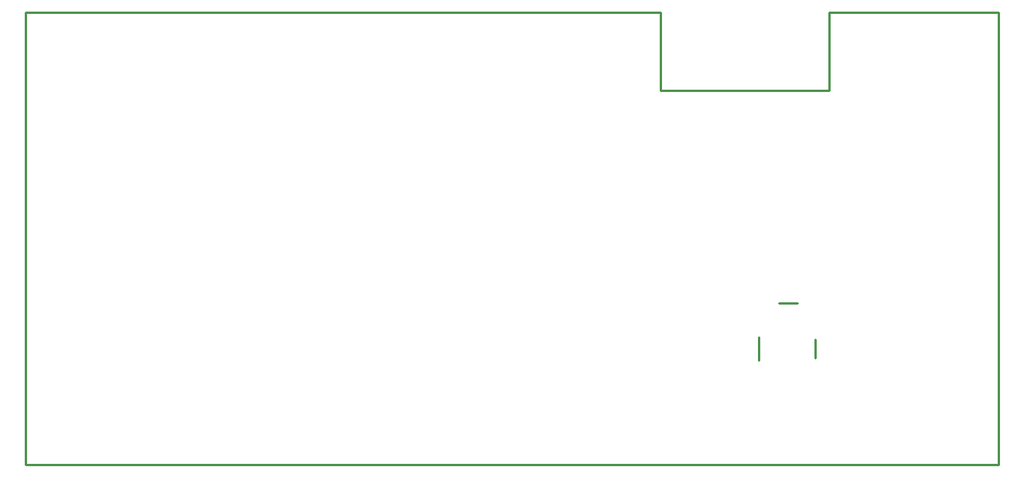
<source format=gko>
%FSLAX44Y44*%
%MOMM*%
G71*
G01*
G75*
G04 Layer_Color=16711935*
%ADD10R,2.2000X0.6000*%
%ADD11R,2.2000X0.6000*%
%ADD12R,1.5000X1.3000*%
%ADD13C,1.2700*%
%ADD14C,0.5080*%
%ADD15C,1.0160*%
%ADD16C,2.0320*%
%ADD17C,2.5400*%
%ADD18R,1.5000X2.0320*%
%ADD19O,1.5000X2.0320*%
%ADD20O,2.0000X4.5000*%
%ADD21O,2.0000X4.0000*%
%ADD22O,4.0000X2.0000*%
%ADD23C,1.5000*%
%ADD24C,1.5000*%
%ADD25C,1.7780*%
%ADD26R,1.3000X1.5000*%
%ADD27R,0.5000X1.0000*%
%ADD28C,1.5240*%
%ADD29C,0.2540*%
D29*
X737800Y53500D02*
Y73500D01*
X697800Y113500D02*
X717800D01*
X675800Y51000D02*
Y76000D01*
X568000Y346500D02*
Y431500D01*
X-127000D02*
X568000D01*
Y346500D02*
X753000D01*
Y431500D01*
X938000D01*
X-127000Y-63500D02*
X938000D01*
Y431500D01*
X-127000Y-63500D02*
Y431500D01*
M02*

</source>
